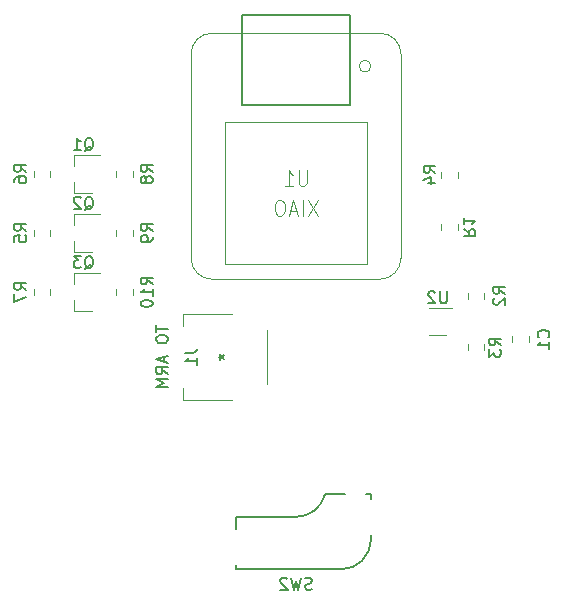
<source format=gbo>
%TF.GenerationSoftware,KiCad,Pcbnew,(5.1.6)-1*%
%TF.CreationDate,2021-12-22T23:27:45-05:00*%
%TF.ProjectId,base,62617365-2e6b-4696-9361-645f70636258,rev?*%
%TF.SameCoordinates,Original*%
%TF.FileFunction,Legend,Bot*%
%TF.FilePolarity,Positive*%
%FSLAX46Y46*%
G04 Gerber Fmt 4.6, Leading zero omitted, Abs format (unit mm)*
G04 Created by KiCad (PCBNEW (5.1.6)-1) date 2021-12-22 23:27:45*
%MOMM*%
%LPD*%
G01*
G04 APERTURE LIST*
%ADD10C,0.150000*%
%ADD11C,0.120000*%
%ADD12C,0.127000*%
G04 APERTURE END LIST*
D10*
%TO.C,SW2*%
X148350000Y-114445000D02*
G75*
G02*
X145810000Y-116985000I-2540000J0D01*
G01*
X144464162Y-110616040D02*
G75*
G02*
X142000000Y-112540000I-2464162J616040D01*
G01*
X136920000Y-116985000D02*
X136920000Y-116604000D01*
X145810000Y-116985000D02*
X136920000Y-116985000D01*
X148350000Y-114445000D02*
X148350000Y-114064000D01*
X147969000Y-110635000D02*
X148350000Y-110635000D01*
X144464162Y-110635000D02*
X146191000Y-110635000D01*
X136920000Y-112540000D02*
X142000000Y-112540000D01*
X136920000Y-113556000D02*
X136920000Y-112540000D01*
X148350000Y-111016000D02*
X148350000Y-110635000D01*
D11*
%TO.C,R10*%
X126790000Y-93241422D02*
X126790000Y-93758578D01*
X128210000Y-93241422D02*
X128210000Y-93758578D01*
%TO.C,R9*%
X126790000Y-88241422D02*
X126790000Y-88758578D01*
X128210000Y-88241422D02*
X128210000Y-88758578D01*
%TO.C,R8*%
X126790000Y-83241422D02*
X126790000Y-83758578D01*
X128210000Y-83241422D02*
X128210000Y-83758578D01*
%TO.C,Q3*%
X123240000Y-95080000D02*
X123240000Y-94150000D01*
X123240000Y-91920000D02*
X123240000Y-92850000D01*
X123240000Y-91920000D02*
X125400000Y-91920000D01*
X123240000Y-95080000D02*
X124700000Y-95080000D01*
%TO.C,Q2*%
X123240000Y-90080000D02*
X123240000Y-89150000D01*
X123240000Y-86920000D02*
X123240000Y-87850000D01*
X123240000Y-86920000D02*
X125400000Y-86920000D01*
X123240000Y-90080000D02*
X124700000Y-90080000D01*
%TO.C,Q1*%
X123240000Y-85080000D02*
X123240000Y-84150000D01*
X123240000Y-81920000D02*
X123240000Y-82850000D01*
X123240000Y-81920000D02*
X125400000Y-81920000D01*
X123240000Y-85080000D02*
X124700000Y-85080000D01*
%TO.C,R7*%
X121210000Y-93758578D02*
X121210000Y-93241422D01*
X119790000Y-93758578D02*
X119790000Y-93241422D01*
%TO.C,R6*%
X121210000Y-83758578D02*
X121210000Y-83241422D01*
X119790000Y-83758578D02*
X119790000Y-83241422D01*
%TO.C,R5*%
X121210000Y-88758578D02*
X121210000Y-88241422D01*
X119790000Y-88758578D02*
X119790000Y-88241422D01*
%TO.C,J1*%
X139530600Y-96728041D02*
X139530600Y-101271959D01*
X136568711Y-102632200D02*
X132469399Y-102632200D01*
X132469399Y-102632200D02*
X132469399Y-101637541D01*
X132469399Y-95367800D02*
X136568711Y-95367800D01*
X132469399Y-96362459D02*
X132469399Y-95367800D01*
%TO.C,C1*%
X160290000Y-97241422D02*
X160290000Y-97758578D01*
X161710000Y-97241422D02*
X161710000Y-97758578D01*
%TO.C,R1*%
X154290000Y-88258578D02*
X154290000Y-87741422D01*
X155710000Y-88258578D02*
X155710000Y-87741422D01*
%TO.C,R2*%
X156540000Y-93553922D02*
X156540000Y-94071078D01*
X157960000Y-93553922D02*
X157960000Y-94071078D01*
%TO.C,R3*%
X156540000Y-98446078D02*
X156540000Y-97928922D01*
X157960000Y-98446078D02*
X157960000Y-97928922D01*
%TO.C,R4*%
X154290000Y-83303922D02*
X154290000Y-83821078D01*
X155710000Y-83303922D02*
X155710000Y-83821078D01*
%TO.C,U1*%
X148342000Y-74380000D02*
G75*
G03*
X148342000Y-74380000I-500000J0D01*
G01*
D12*
X137428000Y-70062000D02*
X146572000Y-70062000D01*
D11*
X148000000Y-91144000D02*
X148000000Y-79144000D01*
X136000000Y-91144000D02*
X148000000Y-91144000D01*
X136000000Y-79144000D02*
X136000000Y-91144000D01*
X148000000Y-79144000D02*
X136000000Y-79144000D01*
D12*
X137428000Y-70062000D02*
X137428000Y-77682000D01*
X137428000Y-77682000D02*
X146572000Y-77682000D01*
X146572000Y-77682000D02*
X146572000Y-70062000D01*
D11*
X149112000Y-71586000D02*
X134888000Y-71586000D01*
X133110000Y-73364000D02*
X133110000Y-90636000D01*
X134888000Y-92414000D02*
X149112000Y-92414000D01*
X150890000Y-90636000D02*
X150890000Y-73364000D01*
X133110000Y-90636000D02*
G75*
G03*
X134888000Y-92414000I1778000J0D01*
G01*
X149112000Y-92414000D02*
G75*
G03*
X150890000Y-90636000I0J1778000D01*
G01*
X150890000Y-73364000D02*
G75*
G03*
X149112000Y-71586000I-1778000J0D01*
G01*
X134888000Y-71586000D02*
G75*
G03*
X133110000Y-73364000I0J-1778000D01*
G01*
%TO.C,U2*%
X153300000Y-94840000D02*
X155200000Y-94840000D01*
X154700000Y-97160000D02*
X153300000Y-97160000D01*
%TO.C,SW2*%
D10*
X143333333Y-118659761D02*
X143190476Y-118707380D01*
X142952380Y-118707380D01*
X142857142Y-118659761D01*
X142809523Y-118612142D01*
X142761904Y-118516904D01*
X142761904Y-118421666D01*
X142809523Y-118326428D01*
X142857142Y-118278809D01*
X142952380Y-118231190D01*
X143142857Y-118183571D01*
X143238095Y-118135952D01*
X143285714Y-118088333D01*
X143333333Y-117993095D01*
X143333333Y-117897857D01*
X143285714Y-117802619D01*
X143238095Y-117755000D01*
X143142857Y-117707380D01*
X142904761Y-117707380D01*
X142761904Y-117755000D01*
X142428571Y-117707380D02*
X142190476Y-118707380D01*
X142000000Y-117993095D01*
X141809523Y-118707380D01*
X141571428Y-117707380D01*
X141238095Y-117802619D02*
X141190476Y-117755000D01*
X141095238Y-117707380D01*
X140857142Y-117707380D01*
X140761904Y-117755000D01*
X140714285Y-117802619D01*
X140666666Y-117897857D01*
X140666666Y-117993095D01*
X140714285Y-118135952D01*
X141285714Y-118707380D01*
X140666666Y-118707380D01*
%TO.C,R10*%
X129852380Y-92857142D02*
X129376190Y-92523809D01*
X129852380Y-92285714D02*
X128852380Y-92285714D01*
X128852380Y-92666666D01*
X128900000Y-92761904D01*
X128947619Y-92809523D01*
X129042857Y-92857142D01*
X129185714Y-92857142D01*
X129280952Y-92809523D01*
X129328571Y-92761904D01*
X129376190Y-92666666D01*
X129376190Y-92285714D01*
X129852380Y-93809523D02*
X129852380Y-93238095D01*
X129852380Y-93523809D02*
X128852380Y-93523809D01*
X128995238Y-93428571D01*
X129090476Y-93333333D01*
X129138095Y-93238095D01*
X128852380Y-94428571D02*
X128852380Y-94523809D01*
X128900000Y-94619047D01*
X128947619Y-94666666D01*
X129042857Y-94714285D01*
X129233333Y-94761904D01*
X129471428Y-94761904D01*
X129661904Y-94714285D01*
X129757142Y-94666666D01*
X129804761Y-94619047D01*
X129852380Y-94523809D01*
X129852380Y-94428571D01*
X129804761Y-94333333D01*
X129757142Y-94285714D01*
X129661904Y-94238095D01*
X129471428Y-94190476D01*
X129233333Y-94190476D01*
X129042857Y-94238095D01*
X128947619Y-94285714D01*
X128900000Y-94333333D01*
X128852380Y-94428571D01*
%TO.C,R9*%
X129852380Y-88333333D02*
X129376190Y-88000000D01*
X129852380Y-87761904D02*
X128852380Y-87761904D01*
X128852380Y-88142857D01*
X128900000Y-88238095D01*
X128947619Y-88285714D01*
X129042857Y-88333333D01*
X129185714Y-88333333D01*
X129280952Y-88285714D01*
X129328571Y-88238095D01*
X129376190Y-88142857D01*
X129376190Y-87761904D01*
X129852380Y-88809523D02*
X129852380Y-89000000D01*
X129804761Y-89095238D01*
X129757142Y-89142857D01*
X129614285Y-89238095D01*
X129423809Y-89285714D01*
X129042857Y-89285714D01*
X128947619Y-89238095D01*
X128900000Y-89190476D01*
X128852380Y-89095238D01*
X128852380Y-88904761D01*
X128900000Y-88809523D01*
X128947619Y-88761904D01*
X129042857Y-88714285D01*
X129280952Y-88714285D01*
X129376190Y-88761904D01*
X129423809Y-88809523D01*
X129471428Y-88904761D01*
X129471428Y-89095238D01*
X129423809Y-89190476D01*
X129376190Y-89238095D01*
X129280952Y-89285714D01*
%TO.C,R8*%
X129852380Y-83333333D02*
X129376190Y-83000000D01*
X129852380Y-82761904D02*
X128852380Y-82761904D01*
X128852380Y-83142857D01*
X128900000Y-83238095D01*
X128947619Y-83285714D01*
X129042857Y-83333333D01*
X129185714Y-83333333D01*
X129280952Y-83285714D01*
X129328571Y-83238095D01*
X129376190Y-83142857D01*
X129376190Y-82761904D01*
X129280952Y-83904761D02*
X129233333Y-83809523D01*
X129185714Y-83761904D01*
X129090476Y-83714285D01*
X129042857Y-83714285D01*
X128947619Y-83761904D01*
X128900000Y-83809523D01*
X128852380Y-83904761D01*
X128852380Y-84095238D01*
X128900000Y-84190476D01*
X128947619Y-84238095D01*
X129042857Y-84285714D01*
X129090476Y-84285714D01*
X129185714Y-84238095D01*
X129233333Y-84190476D01*
X129280952Y-84095238D01*
X129280952Y-83904761D01*
X129328571Y-83809523D01*
X129376190Y-83761904D01*
X129471428Y-83714285D01*
X129661904Y-83714285D01*
X129757142Y-83761904D01*
X129804761Y-83809523D01*
X129852380Y-83904761D01*
X129852380Y-84095238D01*
X129804761Y-84190476D01*
X129757142Y-84238095D01*
X129661904Y-84285714D01*
X129471428Y-84285714D01*
X129376190Y-84238095D01*
X129328571Y-84190476D01*
X129280952Y-84095238D01*
%TO.C,Q3*%
X124095238Y-91547619D02*
X124190476Y-91500000D01*
X124285714Y-91404761D01*
X124428571Y-91261904D01*
X124523809Y-91214285D01*
X124619047Y-91214285D01*
X124571428Y-91452380D02*
X124666666Y-91404761D01*
X124761904Y-91309523D01*
X124809523Y-91119047D01*
X124809523Y-90785714D01*
X124761904Y-90595238D01*
X124666666Y-90500000D01*
X124571428Y-90452380D01*
X124380952Y-90452380D01*
X124285714Y-90500000D01*
X124190476Y-90595238D01*
X124142857Y-90785714D01*
X124142857Y-91119047D01*
X124190476Y-91309523D01*
X124285714Y-91404761D01*
X124380952Y-91452380D01*
X124571428Y-91452380D01*
X123809523Y-90452380D02*
X123190476Y-90452380D01*
X123523809Y-90833333D01*
X123380952Y-90833333D01*
X123285714Y-90880952D01*
X123238095Y-90928571D01*
X123190476Y-91023809D01*
X123190476Y-91261904D01*
X123238095Y-91357142D01*
X123285714Y-91404761D01*
X123380952Y-91452380D01*
X123666666Y-91452380D01*
X123761904Y-91404761D01*
X123809523Y-91357142D01*
%TO.C,Q2*%
X124095238Y-86547619D02*
X124190476Y-86500000D01*
X124285714Y-86404761D01*
X124428571Y-86261904D01*
X124523809Y-86214285D01*
X124619047Y-86214285D01*
X124571428Y-86452380D02*
X124666666Y-86404761D01*
X124761904Y-86309523D01*
X124809523Y-86119047D01*
X124809523Y-85785714D01*
X124761904Y-85595238D01*
X124666666Y-85500000D01*
X124571428Y-85452380D01*
X124380952Y-85452380D01*
X124285714Y-85500000D01*
X124190476Y-85595238D01*
X124142857Y-85785714D01*
X124142857Y-86119047D01*
X124190476Y-86309523D01*
X124285714Y-86404761D01*
X124380952Y-86452380D01*
X124571428Y-86452380D01*
X123761904Y-85547619D02*
X123714285Y-85500000D01*
X123619047Y-85452380D01*
X123380952Y-85452380D01*
X123285714Y-85500000D01*
X123238095Y-85547619D01*
X123190476Y-85642857D01*
X123190476Y-85738095D01*
X123238095Y-85880952D01*
X123809523Y-86452380D01*
X123190476Y-86452380D01*
%TO.C,Q1*%
X124095238Y-81547619D02*
X124190476Y-81500000D01*
X124285714Y-81404761D01*
X124428571Y-81261904D01*
X124523809Y-81214285D01*
X124619047Y-81214285D01*
X124571428Y-81452380D02*
X124666666Y-81404761D01*
X124761904Y-81309523D01*
X124809523Y-81119047D01*
X124809523Y-80785714D01*
X124761904Y-80595238D01*
X124666666Y-80500000D01*
X124571428Y-80452380D01*
X124380952Y-80452380D01*
X124285714Y-80500000D01*
X124190476Y-80595238D01*
X124142857Y-80785714D01*
X124142857Y-81119047D01*
X124190476Y-81309523D01*
X124285714Y-81404761D01*
X124380952Y-81452380D01*
X124571428Y-81452380D01*
X123190476Y-81452380D02*
X123761904Y-81452380D01*
X123476190Y-81452380D02*
X123476190Y-80452380D01*
X123571428Y-80595238D01*
X123666666Y-80690476D01*
X123761904Y-80738095D01*
%TO.C,R7*%
X119152380Y-93333333D02*
X118676190Y-93000000D01*
X119152380Y-92761904D02*
X118152380Y-92761904D01*
X118152380Y-93142857D01*
X118200000Y-93238095D01*
X118247619Y-93285714D01*
X118342857Y-93333333D01*
X118485714Y-93333333D01*
X118580952Y-93285714D01*
X118628571Y-93238095D01*
X118676190Y-93142857D01*
X118676190Y-92761904D01*
X118152380Y-93666666D02*
X118152380Y-94333333D01*
X119152380Y-93904761D01*
%TO.C,R6*%
X119152380Y-83333333D02*
X118676190Y-83000000D01*
X119152380Y-82761904D02*
X118152380Y-82761904D01*
X118152380Y-83142857D01*
X118200000Y-83238095D01*
X118247619Y-83285714D01*
X118342857Y-83333333D01*
X118485714Y-83333333D01*
X118580952Y-83285714D01*
X118628571Y-83238095D01*
X118676190Y-83142857D01*
X118676190Y-82761904D01*
X118152380Y-84190476D02*
X118152380Y-84000000D01*
X118200000Y-83904761D01*
X118247619Y-83857142D01*
X118390476Y-83761904D01*
X118580952Y-83714285D01*
X118961904Y-83714285D01*
X119057142Y-83761904D01*
X119104761Y-83809523D01*
X119152380Y-83904761D01*
X119152380Y-84095238D01*
X119104761Y-84190476D01*
X119057142Y-84238095D01*
X118961904Y-84285714D01*
X118723809Y-84285714D01*
X118628571Y-84238095D01*
X118580952Y-84190476D01*
X118533333Y-84095238D01*
X118533333Y-83904761D01*
X118580952Y-83809523D01*
X118628571Y-83761904D01*
X118723809Y-83714285D01*
%TO.C,R5*%
X119152380Y-88333333D02*
X118676190Y-88000000D01*
X119152380Y-87761904D02*
X118152380Y-87761904D01*
X118152380Y-88142857D01*
X118200000Y-88238095D01*
X118247619Y-88285714D01*
X118342857Y-88333333D01*
X118485714Y-88333333D01*
X118580952Y-88285714D01*
X118628571Y-88238095D01*
X118676190Y-88142857D01*
X118676190Y-87761904D01*
X118152380Y-89238095D02*
X118152380Y-88761904D01*
X118628571Y-88714285D01*
X118580952Y-88761904D01*
X118533333Y-88857142D01*
X118533333Y-89095238D01*
X118580952Y-89190476D01*
X118628571Y-89238095D01*
X118723809Y-89285714D01*
X118961904Y-89285714D01*
X119057142Y-89238095D01*
X119104761Y-89190476D01*
X119152380Y-89095238D01*
X119152380Y-88857142D01*
X119104761Y-88761904D01*
X119057142Y-88714285D01*
%TO.C,J1*%
X132598779Y-98666666D02*
X133313065Y-98666666D01*
X133455922Y-98619047D01*
X133551160Y-98523809D01*
X133598779Y-98380952D01*
X133598779Y-98285714D01*
X133598779Y-99666666D02*
X133598779Y-99095238D01*
X133598779Y-99380952D02*
X132598779Y-99380952D01*
X132741637Y-99285714D01*
X132836875Y-99190476D01*
X132884494Y-99095238D01*
X130152380Y-96309523D02*
X130152380Y-96880952D01*
X131152380Y-96595238D02*
X130152380Y-96595238D01*
X130152380Y-97404761D02*
X130152380Y-97595238D01*
X130200000Y-97690476D01*
X130295238Y-97785714D01*
X130485714Y-97833333D01*
X130819047Y-97833333D01*
X131009523Y-97785714D01*
X131104761Y-97690476D01*
X131152380Y-97595238D01*
X131152380Y-97404761D01*
X131104761Y-97309523D01*
X131009523Y-97214285D01*
X130819047Y-97166666D01*
X130485714Y-97166666D01*
X130295238Y-97214285D01*
X130200000Y-97309523D01*
X130152380Y-97404761D01*
X130866666Y-98976190D02*
X130866666Y-99452380D01*
X131152380Y-98880952D02*
X130152380Y-99214285D01*
X131152380Y-99547619D01*
X131152380Y-100452380D02*
X130676190Y-100119047D01*
X131152380Y-99880952D02*
X130152380Y-99880952D01*
X130152380Y-100261904D01*
X130200000Y-100357142D01*
X130247619Y-100404761D01*
X130342857Y-100452380D01*
X130485714Y-100452380D01*
X130580952Y-100404761D01*
X130628571Y-100357142D01*
X130676190Y-100261904D01*
X130676190Y-99880952D01*
X131152380Y-100880952D02*
X130152380Y-100880952D01*
X130866666Y-101214285D01*
X130152380Y-101547619D01*
X131152380Y-101547619D01*
X135452380Y-99000000D02*
X135690476Y-99000000D01*
X135595238Y-98761904D02*
X135690476Y-99000000D01*
X135595238Y-99238095D01*
X135880952Y-98857142D02*
X135690476Y-99000000D01*
X135880952Y-99142857D01*
%TO.C,C1*%
X163357142Y-97333333D02*
X163404761Y-97285714D01*
X163452380Y-97142857D01*
X163452380Y-97047619D01*
X163404761Y-96904761D01*
X163309523Y-96809523D01*
X163214285Y-96761904D01*
X163023809Y-96714285D01*
X162880952Y-96714285D01*
X162690476Y-96761904D01*
X162595238Y-96809523D01*
X162500000Y-96904761D01*
X162452380Y-97047619D01*
X162452380Y-97142857D01*
X162500000Y-97285714D01*
X162547619Y-97333333D01*
X163452380Y-98285714D02*
X163452380Y-97714285D01*
X163452380Y-98000000D02*
X162452380Y-98000000D01*
X162595238Y-97904761D01*
X162690476Y-97809523D01*
X162738095Y-97714285D01*
%TO.C,R1*%
X156197619Y-88166666D02*
X156673809Y-88500000D01*
X156197619Y-88738095D02*
X157197619Y-88738095D01*
X157197619Y-88357142D01*
X157150000Y-88261904D01*
X157102380Y-88214285D01*
X157007142Y-88166666D01*
X156864285Y-88166666D01*
X156769047Y-88214285D01*
X156721428Y-88261904D01*
X156673809Y-88357142D01*
X156673809Y-88738095D01*
X156197619Y-87214285D02*
X156197619Y-87785714D01*
X156197619Y-87500000D02*
X157197619Y-87500000D01*
X157054761Y-87595238D01*
X156959523Y-87690476D01*
X156911904Y-87785714D01*
%TO.C,R2*%
X159702380Y-93645833D02*
X159226190Y-93312500D01*
X159702380Y-93074404D02*
X158702380Y-93074404D01*
X158702380Y-93455357D01*
X158750000Y-93550595D01*
X158797619Y-93598214D01*
X158892857Y-93645833D01*
X159035714Y-93645833D01*
X159130952Y-93598214D01*
X159178571Y-93550595D01*
X159226190Y-93455357D01*
X159226190Y-93074404D01*
X158797619Y-94026785D02*
X158750000Y-94074404D01*
X158702380Y-94169642D01*
X158702380Y-94407738D01*
X158750000Y-94502976D01*
X158797619Y-94550595D01*
X158892857Y-94598214D01*
X158988095Y-94598214D01*
X159130952Y-94550595D01*
X159702380Y-93979166D01*
X159702380Y-94598214D01*
%TO.C,R3*%
X159352380Y-98020833D02*
X158876190Y-97687500D01*
X159352380Y-97449404D02*
X158352380Y-97449404D01*
X158352380Y-97830357D01*
X158400000Y-97925595D01*
X158447619Y-97973214D01*
X158542857Y-98020833D01*
X158685714Y-98020833D01*
X158780952Y-97973214D01*
X158828571Y-97925595D01*
X158876190Y-97830357D01*
X158876190Y-97449404D01*
X158352380Y-98354166D02*
X158352380Y-98973214D01*
X158733333Y-98639880D01*
X158733333Y-98782738D01*
X158780952Y-98877976D01*
X158828571Y-98925595D01*
X158923809Y-98973214D01*
X159161904Y-98973214D01*
X159257142Y-98925595D01*
X159304761Y-98877976D01*
X159352380Y-98782738D01*
X159352380Y-98497023D01*
X159304761Y-98401785D01*
X159257142Y-98354166D01*
%TO.C,R4*%
X153802380Y-83395833D02*
X153326190Y-83062500D01*
X153802380Y-82824404D02*
X152802380Y-82824404D01*
X152802380Y-83205357D01*
X152850000Y-83300595D01*
X152897619Y-83348214D01*
X152992857Y-83395833D01*
X153135714Y-83395833D01*
X153230952Y-83348214D01*
X153278571Y-83300595D01*
X153326190Y-83205357D01*
X153326190Y-82824404D01*
X153135714Y-84252976D02*
X153802380Y-84252976D01*
X152754761Y-84014880D02*
X153469047Y-83776785D01*
X153469047Y-84395833D01*
%TO.C,U1*%
D11*
X142914285Y-83193095D02*
X142914285Y-84245476D01*
X142857142Y-84369285D01*
X142800000Y-84431190D01*
X142685714Y-84493095D01*
X142457142Y-84493095D01*
X142342857Y-84431190D01*
X142285714Y-84369285D01*
X142228571Y-84245476D01*
X142228571Y-83193095D01*
X141028571Y-84493095D02*
X141714285Y-84493095D01*
X141371428Y-84493095D02*
X141371428Y-83193095D01*
X141485714Y-83378809D01*
X141600000Y-83502619D01*
X141714285Y-83564523D01*
X143828571Y-85733095D02*
X143028571Y-87033095D01*
X143028571Y-85733095D02*
X143828571Y-87033095D01*
X142571428Y-87033095D02*
X142571428Y-85733095D01*
X142057142Y-86661666D02*
X141485714Y-86661666D01*
X142171428Y-87033095D02*
X141771428Y-85733095D01*
X141371428Y-87033095D01*
X140742857Y-85733095D02*
X140514285Y-85733095D01*
X140400000Y-85795000D01*
X140285714Y-85918809D01*
X140228571Y-86166428D01*
X140228571Y-86599761D01*
X140285714Y-86847380D01*
X140400000Y-86971190D01*
X140514285Y-87033095D01*
X140742857Y-87033095D01*
X140857142Y-86971190D01*
X140971428Y-86847380D01*
X141028571Y-86599761D01*
X141028571Y-86166428D01*
X140971428Y-85918809D01*
X140857142Y-85795000D01*
X140742857Y-85733095D01*
%TO.C,U2*%
D10*
X154761904Y-93452380D02*
X154761904Y-94261904D01*
X154714285Y-94357142D01*
X154666666Y-94404761D01*
X154571428Y-94452380D01*
X154380952Y-94452380D01*
X154285714Y-94404761D01*
X154238095Y-94357142D01*
X154190476Y-94261904D01*
X154190476Y-93452380D01*
X153761904Y-93547619D02*
X153714285Y-93500000D01*
X153619047Y-93452380D01*
X153380952Y-93452380D01*
X153285714Y-93500000D01*
X153238095Y-93547619D01*
X153190476Y-93642857D01*
X153190476Y-93738095D01*
X153238095Y-93880952D01*
X153809523Y-94452380D01*
X153190476Y-94452380D01*
%TD*%
M02*

</source>
